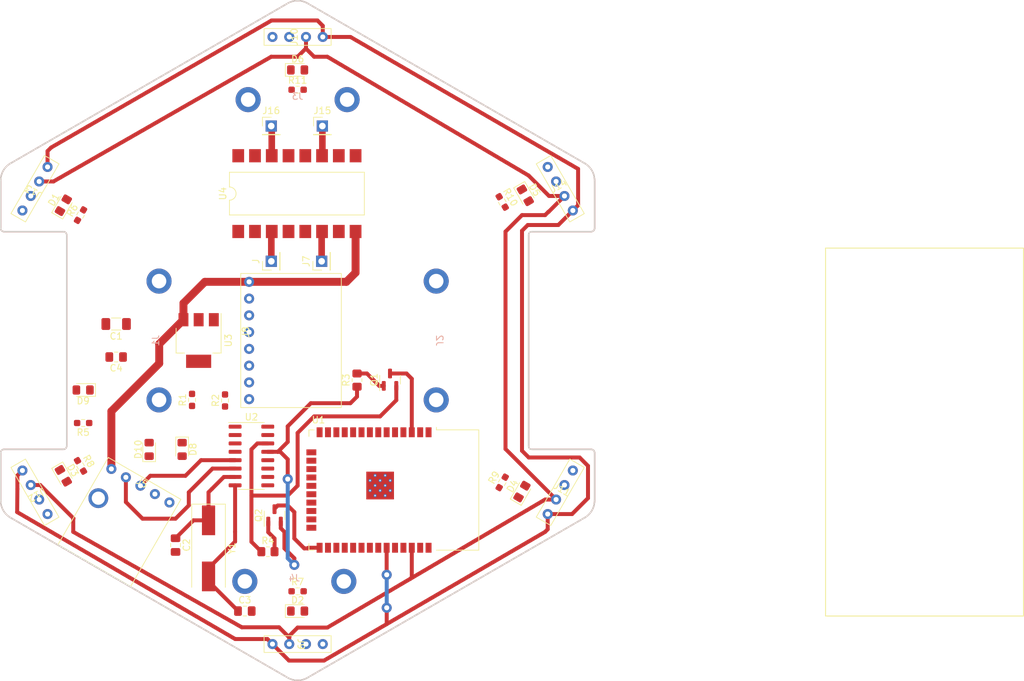
<source format=kicad_pcb>
(kicad_pcb (version 20221018) (generator pcbnew)
  (layers (0 "F.Cu" signal) (31 "B.Cu" signal) (34 "B.Paste" user) (35 "F.Paste" user) (36 "B.SilkS" user "B.Silkscreen") (37 "F.SilkS" user "F.Silkscreen") (38 "B.Mask" user) (39 "F.Mask" user) (44 "Edge.Cuts" user))
  (net 0 "")
  (net 1 "/GND")
  (net 2 "/VCC")
  (net 3 "Net-(U2-XI)")
  (net 4 "Net-(U2-XO)")
  (net 5 "Net-(D1-A)")
  (net 6 "Net-(D2-A)")
  (net 7 "Net-(D3-A)")
  (net 8 "Net-(D4-A)")
  (net 9 "Net-(D5-A)")
  (net 10 "Net-(D6-A)")
  (net 11 "/TX")
  (net 12 "Net-(D8-A)")
  (net 13 "Net-(D9-A)")
  (net 14 "/RX")
  (net 15 "Net-(D10-A)")
  (net 16 "/+5V")
  (net 17 "/D-")
  (net 18 "/D+")
  (net 19 "/MLPA")
  (net 20 "/ENLA")
  (net 23 "/ENLB")
  (net 26 "/MLPB")
  (net 27 "/MRPA")
  (net 28 "/ENRA")
  (net 35 "/ENRB")
  (net 36 "/MRPB")
  (net 37 "/SCL")
  (net 39 "/SDA")
  (net 45 "/INT")
  (net 46 "Net-(Q1-B)")
  (net 47 "/RTS")
  (net 48 "/EN")
  (net 49 "Net-(Q2-B)")
  (net 50 "/DTR")
  (net 51 "/IO0")
  (net 52 "/LED1")
  (net 53 "/LED2")
  (net 54 "/LED3")
  (net 56 "/LED4")
  (net 58 "/LED5")
  (net 59 "/LED6")
  (net 60 "/MRD")
  (net 61 "/MLP")
  (net 62 "/MLD")
  (net 63 "/MRP")
  (footprint "Resistor_SMD:R_0603_1608Metric_Pad0.98x0.95mm_HandSolder" (layer "F.Cu") (at 67.1 119 -60)
    (fp_text reference "R8")
    (fp_text value "1K")
  )
  (footprint "Package_SO:SOIC-16_3.9x9.9mm_P1.27mm" (layer "F.Cu") (at 93 117.5)
    (fp_text reference "U2")
    (fp_text value "CH340G")
  )
  (footprint "Package_TO_SOT_SMD:SOT-223-3_TabPin2" (layer "F.Cu") (at 85 100 -90)
    (fp_text reference "U3")
    (fp_text value "AMS1117-3.3")
  )
  (footprint "Mini-AMR_Library:VL53L0X" (layer "F.Cu") (at 100 54 90)
    (fp_text reference "J10")
    (fp_text value "DIS2")
  )
  (footprint "LED_SMD:LED_0805_2012Metric_Pad1.15x1.40mm_HandSolder" (layer "F.Cu") (at 64.5 120.5 -60)
    (fp_text reference "D3")
    (fp_text value "LED3")
  )
  (footprint "Package_TO_SOT_SMD:SOT-23" (layer "F.Cu") (at 96.5 126.5 90)
    (fp_text reference "Q2")
    (fp_text value "BC847")
  )
  (footprint "LED_SMD:LED_0805_2012Metric_Pad1.15x1.40mm_HandSolder" (layer "F.Cu") (at 100 141)
    (fp_text reference "D2")
    (fp_text value "LED2")
  )
  (footprint "Mini-AMR_Library:VL53L0X" (layer "F.Cu") (at 139.8 77 30)
    (fp_text reference "J14")
    (fp_text value "DIS6")
  )
  (footprint "Capacitor_SMD:C_0805_2012Metric_Pad1.18x1.45mm_HandSolder" (layer "F.Cu") (at 72.5 102.5 180)
    (fp_text reference "C4")
    (fp_text value "10u")
  )
  (footprint "Connector_PinHeader_2.54mm:PinHeader_1x01_P2.54mm_Vertical" (layer "F.Cu") (at 103.64 88 90)
    (fp_text reference "J7")
    (fp_text value "Motor")
  )
  (footprint "Mini-AMR_Library:VL53L0X" (layer "F.Cu") (at 60.2 77 150)
    (fp_text reference "J13")
    (fp_text value "DIS5")
  )
  (footprint "LED_SMD:LED_0805_2012Metric_Pad1.15x1.40mm_HandSolder" (layer "F.Cu") (at 100 59)
    (fp_text reference "D6")
    (fp_text value "LED6")
  )
  (footprint "Resistor_SMD:R_0603_1608Metric_Pad0.98x0.95mm_HandSolder" (layer "F.Cu") (at 131 121.5 60)
    (fp_text reference "R9")
    (fp_text value "1K")
  )
  (footprint "Connector_PinHeader_2.54mm:PinHeader_1x01_P2.54mm_Vertical" (layer "F.Cu") (at 103.75 67.5)
    (fp_text reference "J15")
    (fp_text value "Motor")
  )
  (footprint "Connector_PinHeader_2.54mm:PinHeader_1x01_P2.54mm_Vertical" (layer "F.Cu") (at 96.015 88 90)
    (fp_text reference "J")
    (fp_text value "Motor")
  )
  (footprint "LED_SMD:LED_0805_2012Metric_Pad1.15x1.40mm_HandSolder" (layer "F.Cu") (at 67.5 107.5 180)
    (fp_text reference "D9")
    (fp_text value "PWR")
  )
  (footprint "RF_Module:ESP32-WROOM-32" (layer "F.Cu") (at 111.59 122.655 -90)
    (fp_text reference "U1")
    (fp_text value "ESP32-WROOM-32")
  )
  (footprint "Capacitor_SMD:C_0805_2012Metric_Pad1.18x1.45mm_HandSolder" (layer "F.Cu") (at 81.5 131 -90)
    (fp_text reference "C2")
    (fp_text value "22p")
  )
  (footprint "LED_SMD:LED_0805_2012Metric_Pad1.15x1.40mm_HandSolder" (layer "F.Cu") (at 82.5 116.5 -90)
    (fp_text reference "D8")
    (fp_text value "TX")
  )
  (footprint "Mini-AMR_Library:MPU6050" (layer "F.Cu") (at 92.65 100 90)
    (fp_text reference "J8")
    (fp_text value "MPU6050")
  )
  (footprint "Package_TO_SOT_SMD:SOT-23" (layer "F.Cu") (at 114 105.9375 90)
    (fp_text reference "Q1")
    (fp_text value "BC847")
  )
  (footprint "Resistor_SMD:R_0603_1608Metric_Pad0.98x0.95mm_HandSolder" (layer "F.Cu") (at 100 62)
    (fp_text reference "R11")
    (fp_text value "1K")
  )
  (footprint "Mini-AMR_Library:VL53L0X" (layer "F.Cu") (at 100 146 -90)
    (fp_text reference "J9")
    (fp_text value "DIS1")
  )
  (footprint "Crystal:Crystal_SMD_HC49-SD" (layer "F.Cu") (at 86.5 131.5 -90)
    (fp_text reference "Y1")
    (fp_text value "12Mhz")
  )
  (footprint "Resistor_SMD:R_0805_2012Metric_Pad1.20x1.40mm_HandSolder" (layer "F.Cu") (at 95.5 132)
    (fp_text reference "R4")
    (fp_text value "10K")
  )
  (footprint "Connector_PinHeader_2.54mm:PinHeader_1x01_P2.54mm_Vertical" (layer "F.Cu") (at 96 67.5)
    (fp_text reference "J16")
    (fp_text value "Motor")
  )
  (footprint "Resistor_SMD:R_0805_2012Metric_Pad1.20x1.40mm_HandSolder" (layer "F.Cu") (at 109 106 90)
    (fp_text reference "R3")
    (fp_text value "10K")
  )
  (footprint "Package_DIP:SMDIP-16_W11.48mm" (layer "F.Cu") (at 99.89 77.74 90)
    (fp_text reference "U4")
    (fp_text value "L293D")
  )
  (footprint "Capacitor_SMD:C_1206_3216Metric_Pad1.33x1.80mm_HandSolder" (layer "F.Cu") (at 72.5 97.5 180)
    (fp_text reference "C1")
    (fp_text value "0.1u")
  )
  (footprint "Mini-AMR_Library:VL53L0X" (layer "F.Cu") (at 139.8 123 -30)
    (fp_text reference "J11")
    (fp_text value "DIS3")
  )
  (footprint "LED_SMD:LED_0805_2012Metric_Pad1.15x1.40mm_HandSolder" (layer "F.Cu") (at 133.9875 122.887676 60)
    (fp_text reference "D4")
    (fp_text value "LED4")
  )
  (footprint "LED_SMD:LED_0805_2012Metric_Pad1.15x1.40mm_HandSolder" (layer "F.Cu") (at 64.5 79.5 60)
    (fp_text reference "D1")
    (fp_text value "LED1")
  )
  (footprint "LED_SMD:LED_0805_2012Metric_Pad1.15x1.40mm_HandSolder" (layer "F.Cu") (at 134.5 78 -60)
    (fp_text reference "D5")
    (fp_text value "LED5")
  )
  (footprint "Mini-AMR_Library:VL53L0X" (layer "F.Cu") (at 60.2 123 -150)
    (fp_text reference "J12")
    (fp_text value "DIS4")
  )
  (footprint "Mini-AMR_Library:USB-micro breakout board" (layer "F.Cu") (at 76.175 122.000739 -30)
    (fp_text reference "J5")
    (fp_text value "USB_B_Micro")
  )
  (footprint "Resistor_SMD:R_0603_1608Metric_Pad0.98x0.95mm_HandSolder" (layer "F.Cu") (at 100 138)
    (fp_text reference "R7")
    (fp_text value "1K")
  )
  (footprint "Resistor_SMD:R_0603_1608Metric_Pad0.98x0.95mm_HandSolder" (layer "F.Cu") (at 89 109.0875 90)
    (fp_text reference "R2")
    (fp_text value "1K")
  )
  (footprint "Resistor_SMD:R_0603_1608Metric_Pad0.98x0.95mm_HandSolder" (layer "F.Cu") (at 131 79 -60)
    (fp_text reference "R10")
    (fp_text value "1K")
  )
  (footprint "Capacitor_SMD:C_0805_2012Metric_Pad1.18x1.45mm_HandSolder" (layer "F.Cu") (at 92 141)
    (fp_text reference "C3")
    (fp_text value "22p")
  )
  (footprint "LED_SMD:LED_0805_2012Metric_Pad1.15x1.40mm_HandSolder" (layer "F.Cu") (at 77.5 116.5 90)
    (fp_text reference "D10")
    (fp_text value "RX")
  )
  (footprint "Resistor_SMD:R_0603_1608Metric_Pad0.98x0.95mm_HandSolder" (layer "F.Cu") (at 67.5 112.5 180)
    (fp_text reference "R5")
    (fp_text value "1K")
  )
  (footprint "Resistor_SMD:R_0603_1608Metric_Pad0.98x0.95mm_HandSolder" (layer "F.Cu") (at 84 109 90)
    (fp_text reference "R1")
    (fp_text value "1K")
  )
  (footprint "Resistor_SMD:R_0603_1608Metric_Pad0.98x0.95mm_HandSolder" (layer "F.Cu") (at 67.1 81 60)
    (fp_text reference "R6")
    (fp_text value "1K")
  )
  (footprint "Mini-AMR_Library:N20 Motor Sys" (layer "B.Cu") (at 121 100 90)
    (fp_text reference "J2")
    (fp_text value "Motor Mount")
  )
  (footprint "Mini-AMR_Library:N20 Motor Sys" (layer "B.Cu") (at 79 100 -90)
    (fp_text reference "J1")
    (fp_text value "Motor Mount")
  )
  (footprint "Mini-AMR_Library:N20 Ball caster" (layer "B.Cu") (at 100 63.5 180)
    (fp_text reference "J3")
    (fp_text value "Ball Caster")
  )
  (footprint "Mini-AMR_Library:N20 Ball caster" (layer "B.Cu") (at 99.5 136.5 180)
    (fp_text reference "J4")
    (fp_text value "Ball Caster")
  )
  (gr_line (start 65 84) (end 65 116) (stroke (width 0.2)) (layer "F.Cu"))
  (gr_arc (start 55 75.751289) (mid 55.401928 74.251293) (end 56.5 73.153212) (stroke (width 0.2)) (layer "F.Cu"))
  (gr_line (start 98.5 48.904501) (end 56.5 73.153212) (stroke (width 0.2)) (layer "F.Cu"))
  (gr_line (start 64.5 116.5) (end 55.5 116.5) (stroke (width 0.2)) (layer "F.Cu"))
  (gr_arc (start 55.5 83.5) (mid 55.146447 83.353553) (end 55 83) (stroke (width 0.2)) (layer "F.Cu"))
  (gr_arc (start 65 116) (mid 64.853553 116.353553) (end 64.5 116.5) (stroke (width 0.2)) (layer "F.Cu"))
  (gr_line (start 55 75.751289) (end 55 83) (stroke (width 0.2)) (layer "F.Cu"))
  (gr_line (start 145 124.248711) (end 145 117) (stroke (width 0.2)) (layer "F.Cu"))
  (gr_arc (start 135 84) (mid 135.146447 83.646447) (end 135.5 83.5) (stroke (width 0.2)) (layer "F.Cu"))
  (gr_arc (start 55 117) (mid 55.146447 116.646447) (end 55.5 116.5) (stroke (width 0.2)) (layer "F.Cu"))
  (gr_arc (start 98.5 48.904501) (mid 100 48.502577) (end 101.5 48.904501) (stroke (width 0.2)) (layer "F.Cu"))
  (gr_line (start 143.5 73.153212) (end 101.5 48.904501) (stroke (width 0.2)) (layer "F.Cu"))
  (gr_arc (start 64.5 83.5) (mid 64.853553 83.646447) (end 65 84) (stroke (width 0.2)) (layer "F.Cu"))
  (gr_arc (start 143.5 73.153212) (mid 144.598081 74.251288) (end 145 75.751289) (stroke (width 0.2)) (layer "F.Cu"))
  (gr_arc (start 56.5 126.846788) (mid 55.401919 125.748712) (end 55 124.248711) (stroke (width 0.2)) (layer "F.Cu"))
  (gr_line (start 101.5 151.095499) (end 143.5 126.846788) (stroke (width 0.2)) (layer "F.Cu"))
  (gr_arc (start 144.5 116.5) (mid 144.853553 116.646447) (end 145 117) (stroke (width 0.2)) (layer "F.Cu"))
  (gr_line (start 55.5 83.5) (end 64.5 83.5) (stroke (width 0.2)) (layer "F.Cu"))
  (gr_line (start 144.5 116.5) (end 135.5 116.5) (stroke (width 0.2)) (layer "F.Cu"))
  (gr_arc (start 145 83) (mid 144.853553 83.353553) (end 144.5 83.5) (stroke (width 0.2)) (layer "F.Cu"))
  (gr_line (start 145 83) (end 145 75.751289) (stroke (width 0.2)) (layer "F.Cu"))
  (gr_arc (start 135.5 116.5) (mid 135.146447 116.353553) (end 135 116) (stroke (width 0.2)) (layer "F.Cu"))
  (gr_line (start 135 116) (end 135 84) (stroke (width 0.2)) (layer "F.Cu"))
  (gr_line (start 135.5 83.5) (end 144.5 83.5) (stroke (width 0.2)) (layer "F.Cu"))
  (gr_arc (start 101.5 151.095499) (mid 100 151.497423) (end 98.5 151.095499) (stroke (width 0.2)) (layer "F.Cu"))
  (gr_line (start 55 117) (end 55 124.248711) (stroke (width 0.2)) (layer "F.Cu"))
  (gr_arc (start 145 124.248711) (mid 144.598072 125.748707) (end 143.5 126.846788) (stroke (width 0.2)) (layer "F.Cu"))
  (gr_line (start 56.5 126.846788) (end 98.5 151.095499) (stroke (width 0.2)) (layer "F.Cu"))
  (gr_rect (start 180 86) (end 210 141.75) (stroke (width 0.15)) (fill none) (layer "F.SilkS"))
  (gr_line (start 144.5 116.5) (end 135.5 116.5) (stroke (width 0.2)) (layer "Edge.Cuts"))
  (gr_arc (start 56.5 126.846788) (mid 55.401919 125.748712) (end 55 124.248711) (stroke (width 0.2)) (layer "Edge.Cuts"))
  (gr_arc (start 101.5 151.095499) (mid 100 151.497423) (end 98.5 151.095499) (stroke (width 0.2)) (layer "Edge.Cuts"))
  (gr_line (start 55.5 83.5) (end 64.5 83.5) (stroke (width 0.2)) (layer "Edge.Cuts"))
  (gr_arc (start 98.5 48.904501) (mid 100 48.502577) (end 101.5 48.904501) (stroke (width 0.2)) (layer "Edge.Cuts"))
  (gr_arc (start 55 117) (mid 55.146447 116.646447) (end 55.5 116.5) (stroke (width 0.2)) (layer "Edge.Cuts"))
  (gr_line (start 65 84) (end 65 116) (stroke (width 0.2)) (layer "Edge.Cuts"))
  (gr_arc (start 144.5 116.5) (mid 144.853553 116.646447) (end 145 117) (stroke (width 0.2)) (layer "Edge.Cuts"))
  (gr_arc (start 135 84) (mid 135.146447 83.646447) (end 135.5 83.5) (stroke (width 0.2)) (layer "Edge.Cuts"))
  (gr_arc (start 145 124.248711) (mid 144.598072 125.748707) (end 143.5 126.846788) (stroke (width 0.2)) (layer "Edge.Cuts"))
  (gr_line (start 98.5 48.904501) (end 56.5 73.153212) (stroke (width 0.2)) (layer "Edge.Cuts"))
  (gr_arc (start 143.5 73.153212) (mid 144.598081 74.251288) (end 145 75.751289) (stroke (width 0.2)) (layer "Edge.Cuts"))
  (gr_line (start 145 124.248711) (end 145 117) (stroke (width 0.2)) (layer "Edge.Cuts"))
  (gr_line (start 55 117) (end 55 124.248711) (stroke (width 0.2)) (layer "Edge.Cuts"))
  (gr_line (start 143.5 73.153212) (end 101.5 48.904501) (stroke (width 0.2)) (layer "Edge.Cuts"))
  (gr_line (start 145 83) (end 145 75.751289) (stroke (width 0.2)) (layer "Edge.Cuts"))
  (gr_line (start 56.5 126.846788) (end 98.5 151.095499) (stroke (width 0.2)) (layer "Edge.Cuts"))
  (gr_arc (start 64.5 83.5) (mid 64.853553 83.646447) (end 65 84) (stroke (width 0.2)) (layer "Edge.Cuts"))
  (gr_line (start 135.5 83.5) (end 144.5 83.5) (stroke (width 0.2)) (layer "Edge.Cuts"))
  (gr_arc (start 55.5 83.5) (mid 55.146447 83.353553) (end 55 83) (stroke (width 0.2)) (layer "Edge.Cuts"))
  (gr_line (start 135 116) (end 135 84) (stroke (width 0.2)) (layer "Edge.Cuts"))
  (gr_arc (start 145 83) (mid 144.853553 83.353553) (end 144.5 83.5) (stroke (width 0.2)) (layer "Edge.Cuts"))
  (gr_arc (start 55 75.751289) (mid 55.401928 74.251293) (end 56.5 73.153212) (stroke (width 0.2)) (layer "Edge.Cuts"))
  (gr_line (start 55 75.751289) (end 55 83) (stroke (width 0.2)) (layer "Edge.Cuts"))
  (gr_line (start 101.5 151.095499) (end 143.5 126.846788) (stroke (width 0.2)) (layer "Edge.Cuts"))
  (gr_line (start 64.5 116.5) (end 55.5 116.5) (stroke (width 0.2)) (layer "Edge.Cuts"))
  (gr_arc (start 65 116) (mid 64.853553 116.353553) (end 64.5 116.5) (stroke (width 0.2)) (layer "Edge.Cuts"))
  (gr_arc (start 135.5 116.5) (mid 135.146447 116.353553) (end 135 116) (stroke (width 0.2)) (layer "Edge.Cuts"))
  (segment (start 90.525 120.675) (end 88.825 120.675) (width 0.6) (layer "F.Cu") (net 3))
  (segment (start 86.5 127.25) (end 84.2125 127.25) (width 0.6) (layer "F.Cu") (net 3))
  (segment (start 84.2125 127.25) (end 81.5 129.9625) (width 0.6) (layer "F.Cu") (net 3))
  (segment (start 86.5 127.25) (end 86.5 123) (width 0.6) (layer "F.Cu") (net 3))
  (segment (start 86.5 123) (end 87 122.5) (width 0.6) (layer "F.Cu") (net 3))
  (segment (start 88.825 120.675) (end 87 122.5) (width 0.6) (layer "F.Cu") (net 3))
  (segment (start 90.9625 141) (end 90.9625 140.9625) (width 0.6) (layer "F.Cu") (net 4))
  (segment (start 86.5 136.5) (end 86.5 135.75) (width 0.6) (layer "F.Cu") (net 4))
  (segment (start 90.525 121.945) (end 90.525 129) (width 0.6) (layer "F.Cu") (net 4))
  (segment (start 86.5 134.5) (end 90.525 130.475) (width 0.6) (layer "F.Cu") (net 4))
  (segment (start 90.525 130.475) (end 90.525 129) (width 0.6) (layer "F.Cu") (net 4))
  (segment (start 90.9625 140.9625) (end 86.5 136.5) (width 0.6) (layer "F.Cu") (net 4))
  (segment (start 86.5 135.75) (end 86.5 134.5) (width 0.6) (layer "F.Cu") (net 4))
  (segment (start 82.7 94.35) (end 85.94 91.11) (width 1.2) (layer "F.Cu") (net 16))
  (segment (start 108.78 89.72) (end 108.78 83.48) (width 1.2) (layer "F.Cu") (net 16))
  (segment (start 79.025 100.525) (end 82.7 96.85) (width 1.2) (layer "F.Cu") (net 16))
  (segment (start 79.025 103.475) (end 79.025 100.525) (width 1.2) (layer "F.Cu") (net 16))
  (segment (start 107.39 91.11) (end 108.78 89.72) (width 1.2) (layer "F.Cu") (net 16))
  (segment (start 92.65 91.11) (end 107.39 91.11) (width 1.2) (layer "F.Cu") (net 16))
  (segment (start 71.775591 110.724409) (end 79.025 103.475) (width 1.2) (layer "F.Cu") (net 16))
  (segment (start 85.94 91.11) (end 92.65 91.11) (width 1.2) (layer "F.Cu") (net 16))
  (segment (start 82.7 96.85) (end 82.7 94.35) (width 1.2) (layer "F.Cu") (net 16))
  (segment (start 71.775591 119.460739) (end 71.775591 110.724409) (width 1.2) (layer "F.Cu") (net 16))
  (segment (start 83.510051 123) (end 83.510051 124.989949) (width 0.6) (layer "F.Cu") (net 17))
  (segment (start 76.5 127) (end 73.975295 124.475295) (width 0.6) (layer "F.Cu") (net 17))
  (segment (start 73.975295 124.475295) (end 73.975295 120.730739) (width 0.6) (layer "F.Cu") (net 17))
  (segment (start 90.525 119.405) (end 87.105051 119.405) (width 0.6) (layer "F.Cu") (net 17))
  (segment (start 81.5 127) (end 76.5 127) (width 0.6) (layer "F.Cu") (net 17))
  (segment (start 87.105051 119.405) (end 83.510051 123) (width 0.6) (layer "F.Cu") (net 17))
  (segment (start 83.510051 124.989949) (end 81.5 127) (width 0.6) (layer "F.Cu") (net 17))
  (segment (start 83 120.5) (end 77.675739 120.5) (width 0.6) (layer "F.Cu") (net 18))
  (segment (start 77.675739 120.5) (end 76.175 122.000739) (width 0.6) (layer "F.Cu") (net 18))
  (segment (start 90.525 118.135) (end 85.365 118.135) (width 0.6) (layer "F.Cu") (net 18))
  (segment (start 85.365 118.135) (end 83 120.5) (width 0.6) (layer "F.Cu") (net 18))
  (segment (start 96.015 83.545) (end 96.08 83.48) (width 1) (layer "F.Cu") (net 19))
  (segment (start 96.015 88) (end 96.015 83.545) (width 1) (layer "F.Cu") (net 19))
  (segment (start 103.64 83.54) (end 103.7 83.48) (width 1) (layer "F.Cu") (net 26))
  (segment (start 103.64 88) (end 103.64 83.54) (width 1) (layer "F.Cu") (net 26))
  (segment (start 103.75 67.5) (end 103.75 71.95) (width 1) (layer "F.Cu") (net 27))
  (segment (start 103.75 71.95) (end 103.7 72) (width 1) (layer "F.Cu") (net 27))
  (segment (start 96.08 72) (end 96.08 67.58) (width 1) (layer "F.Cu") (net 36))
  (segment (start 96.08 67.58) (end 96 67.5) (width 1) (layer "F.Cu") (net 36))
  (segment (start 135 75) (end 138.099852 78.099852) (width 0.6) (layer "F.Cu") (net 37))
  (segment (start 60.985719 121.900148) (end 66.042786 126.957214) (width 0.6) (layer "F.Cu") (net 37))
  (segment (start 137.5 81) (end 134 81) (width 0.6) (layer "F.Cu") (net 37))
  (segment (start 131.5 116.434852) (end 139.165 124.099852) (width 0.6) (layer "F.Cu") (net 37))
  (segment (start 63 75.900148) (end 60.835 75.900148) (width 0.6) (layer "F.Cu") (net 37))
  (segment (start 101.27 55.77) (end 102.5 57) (width 0.6) (layer "F.Cu") (net 37))
  (segment (start 135 75) (end 104.5 57) (width 0.6) (layer "F.Cu") (net 37))
  (segment (start 59.565 121.900148) (end 60.985719 121.900148) (width 0.6) (layer "F.Cu") (net 37))
  (segment (start 131.5 83.5) (end 131.5 116.434852) (width 0.6) (layer "F.Cu") (net 37))
  (segment (start 100 57) (end 96 57) (width 0.6) (layer "F.Cu") (net 37))
  (segment (start 140.435 78.099852) (end 138.034852 80.5) (width 0.6) (layer "F.Cu") (net 37))
  (segment (start 134 81) (end 131.5 83.5) (width 0.6) (layer "F.Cu") (net 37))
  (segment (start 137.5 124.099852) (end 117.095384 136.095384) (width 0.6) (layer "F.Cu") (net 37))
  (segment (start 98.73 145) (end 98.73 146) (width 0.6) (layer "F.Cu") (net 37))
  (segment (start 101.27 54) (end 101.27 55.73) (width 0.6) (layer "F.Cu") (net 37))
  (segment (start 102.5 57) (end 104.5 57) (width 0.6) (layer "F.Cu") (net 37))
  (segment (start 117.095384 136.095384) (end 104.5 143.5) (width 0.6) (layer "F.Cu") (net 37))
  (segment (start 101.27 55.73) (end 100 57) (width 0.6) (layer "F.Cu") (net 37))
  (segment (start 104.5 143.5) (end 100 143.5) (width 0.6) (layer "F.Cu") (net 37))
  (segment (start 100 143.5) (end 98.73 144.77) (width 0.6) (layer "F.Cu") (net 37))
  (segment (start 63 75.900148) (end 96 57) (width 0.6) (layer "F.Cu") (net 37))
  (segment (start 138.034852 80.5) (end 138 80.5) (width 0.6) (layer "F.Cu") (net 37))
  (segment (start 139.165 124.099852) (end 137.5 124.099852) (width 0.6) (layer "F.Cu") (net 37))
  (segment (start 117.3 135.890768) (end 117.095384 136.095384) (width 0.6) (layer "F.Cu") (net 37))
  (segment (start 97.187831 143.457831) (end 98.73 145) (width 0.6) (layer "F.Cu") (net 37))
  (segment (start 138 80.5) (end 137.5 81) (width 0.6) (layer "F.Cu") (net 37))
  (segment (start 101.27 55.73) (end 101.27 55.77) (width 0.6) (layer "F.Cu") (net 37))
  (segment (start 138.099852 78.099852) (end 140.435 78.099852) (width 0.6) (layer "F.Cu") (net 37))
  (segment (start 91.542169 143.457831) (end 97.187831 143.457831) (width 0.6) (layer "F.Cu") (net 37))
  (segment (start 117.3 131.405) (end 117.3 135.890768) (width 0.6) (layer "F.Cu") (net 37))
  (segment (start 66 129) (end 91.542169 143.457831) (width 0.6) (layer "F.Cu") (net 37))
  (segment (start 98.73 144.77) (end 98.73 145) (width 0.6) (layer "F.Cu") (net 37))
  (segment (start 66 127) (end 66 129) (width 0.6) (layer "F.Cu") (net 37))
  (segment (start 137.895 126.299557) (end 137.895 128.605) (width 0.6) (layer "F.Cu") (net 39))
  (segment (start 103 51.5) (end 96.057748 51.5) (width 0.6) (layer "F.Cu") (net 39))
  (segment (start 103.81 54) (end 103.81 52.31) (width 0.6) (layer "F.Cu") (net 39))
  (segment (start 142.724376 117.724376) (end 135.025624 117.724376) (width 0.6) (layer "F.Cu") (net 39))
  (segment (start 137.895 126.299557) (end 141.586379 126.299557) (width 0.6) (layer "F.Cu") (net 39))
  (segment (start 103.81 52.31) (end 103 51.5) (width 0.6) (layer "F.Cu") (net 39))
  (segment (start 137.895 128.605) (end 137.5 129) (width 0.6) (layer "F.Cu") (net 39))
  (segment (start 134 116.698752) (end 134 83.37403) (width 0.6) (layer "F.Cu") (net 39))
  (segment (start 96.19 146) (end 95.428001 145.238001) (width 0.6) (layer "F.Cu") (net 39))
  (segment (start 113.479955 142.979955) (end 103.995537 148.5) (width 0.6) (layer "F.Cu") (net 39))
  (segment (start 96.057748 51.5) (end 62.648874 70.757858) (width 0.6) (layer "F.Cu") (net 39))
  (segment (start 57.5 126) (end 57.533001 122.5) (width 0.6) (layer "F.Cu") (net 39))
  (segment (start 142.502279 79.502279) (end 141.705 80.299557) (width 0.6) (layer "F.Cu") (net 39))
  (segment (start 95.428001 145.238001) (end 90.54165 145.238001) (width 0.6) (layer "F.Cu") (net 39))
  (segment (start 139.504557 82.5) (end 141.705 80.299557) (width 0.6) (layer "F.Cu") (net 39))
  (segment (start 113.5 142.95991) (end 113.479955 142.979955) (width 0.6) (layer "F.Cu") (net 39))
  (segment (start 98.69 148.5) (end 96.19 146) (width 0.6) (layer "F.Cu") (net 39))
  (segment (start 142.5 74) (end 142.502279 79.502279) (width 0.6) (layer "F.Cu") (net 39))
  (segment (start 134.87403 82.5) (end 139.504557 82.5) (width 0.6) (layer "F.Cu") (net 39))
  (segment (start 62.105 73.700443) (end 62.105 71.301732) (width 0.6) (layer "F.Cu") (net 39))
  (segment (start 62.105 71.301732) (end 62.648874 70.757858) (width 0.6) (layer "F.Cu") (net 39))
  (segment (start 103.81 54) (end 108 54) (width 0.6) (layer "F.Cu") (net 39))
  (segment (start 113.49 135.49) (end 113.5 135.5) (width 0.6) (layer "F.Cu") (net 39))
  (segment (start 137.5 129) (end 113.479955 142.979955) (width 0.6) (layer "F.Cu") (net 39))
  (segment (start 144 119) (end 142.724376 117.724376) (width 0.6) (layer "F.Cu") (net 39))
  (segment (start 57.533001 122.5) (end 57.533001 120.462442) (width 0.6) (layer "F.Cu") (net 39))
  (segment (start 134 83.37403) (end 134.87403 82.5) (width 0.6) (layer "F.Cu") (net 39))
  (segment (start 141.586379 126.299557) (end 144 123.885936) (width 0.6) (layer "F.Cu") (net 39))
  (segment (start 108 54) (end 142.5 74) (width 0.6) (layer "F.Cu") (net 39))
  (segment (start 144 123.885936) (end 144 119) (width 0.6) (layer "F.Cu") (net 39))
  (segment (start 113.5 140.5) (end 113.5 142.95991) (width 0.6) (layer "F.Cu") (net 39))
  (segment (start 103.995537 148.5) (end 98.69 148.5) (width 0.6) (layer "F.Cu") (net 39))
  (segment (start 57.533001 120.462442) (end 58.295 119.700443) (width 0.6) (layer "F.Cu") (net 39))
  (segment (start 135.025624 117.724376) (end 134 116.698752) (width 0.6) (layer "F.Cu") (net 39))
  (segment (start 90.54165 145.238001) (end 57.5 126) (width 0.6) (layer "F.Cu") (net 39))
  (segment (start 113.49 131.405) (end 113.49 135.49) (width 0.6) (layer "F.Cu") (net 39))
  (via (at 113.5 135.5) (size 1.524) (drill 0.762) (layers "F.Cu" "B.Cu") (net 39))
  (via (at 113.5 140.5) (size 1.524) (drill 0.762) (layers "F.Cu" "B.Cu") (net 39))
  (segment (start 113.5 135.5) (end 113.5 140.5) (width 0.6) (layer "B.Cu") (net 39))
  (segment (start 113.05 106.875) (end 112.375 106.875) (width 0.6) (layer "F.Cu") (net 46))
  (segment (start 112.375 106.875) (end 110.5 105) (width 0.6) (layer "F.Cu") (net 46))
  (segment (start 110.5 105) (end 109 105) (width 0.6) (layer "F.Cu") (net 46))
  (segment (start 100 122) (end 100 114) (width 0.6) (layer "F.Cu") (net 47))
  (segment (start 94.5 132) (end 93 130.5) (width 0.6) (layer "F.Cu") (net 47))
  (segment (start 114.95 109.05) (end 114.95 106.875) (width 0.6) (layer "F.Cu") (net 47))
  (segment (start 93.905 115.595) (end 95.475 115.595) (width 0.6) (layer "F.Cu") (net 47))
  (segment (start 98.5 123.5) (end 100 122) (width 0.6) (layer "F.Cu") (net 47))
  (segment (start 93 116.5) (end 93.905 115.595) (width 0.6) (layer "F.Cu") (net 47))
  (segment (start 93 130.5) (end 93 123.5) (width 0.6) (layer "F.Cu") (net 47))
  (segment (start 112.5 111.5) (end 114.95 109.05) (width 0.6) (layer "F.Cu") (net 47))
  (segment (start 100 114) (end 102.5 111.5) (width 0.6) (layer "F.Cu") (net 47))
  (segment (start 93 123.5) (end 98.5 123.5) (width 0.6) (layer "F.Cu") (net 47))
  (segment (start 102.5 111.5) (end 112.5 111.5) (width 0.6) (layer "F.Cu") (net 47))
  (segment (start 93 123.5) (end 93 116.5) (width 0.6) (layer "F.Cu") (net 47))
  (segment (start 116.5 105) (end 114 105) (width 0.6) (layer "F.Cu") (net 48))
  (segment (start 117.3 113.905) (end 117.3 105.8) (width 0.6) (layer "F.Cu") (net 48))
  (segment (start 117.3 105.8) (end 116.5 105) (width 0.6) (layer "F.Cu") (net 48))
  (segment (start 95.55 129.05) (end 96.5 130) (width 0.6) (layer "F.Cu") (net 49))
  (segment (start 96.5 130) (end 96.5 132) (width 0.6) (layer "F.Cu") (net 49))
  (segment (start 95.55 127.4375) (end 95.55 129.05) (width 0.6) (layer "F.Cu") (net 49))
  (segment (start 97.365 116.865) (end 98.5 118) (width 0.6) (layer "F.Cu") (net 50))
  (segment (start 98.5 113) (end 102 109.5) (width 0.6) (layer "F.Cu") (net 50))
  (segment (start 98 129) (end 98 131.5) (width 0.6) (layer "F.Cu") (net 50))
  (segment (start 108 109.5) (end 109 108.5) (width 0.6) (layer "F.Cu") (net 50))
  (segment (start 99.5 133) (end 99.5 134) (width 0.6) (layer "F.Cu") (net 50))
  (segment (start 98.5 118) (end 98.5 121) (width 0.6) (layer "F.Cu") (net 50))
  (segment (start 98 131.5) (end 99.5 133) (width 0.6) (layer "F.Cu") (net 50))
  (segment (start 97 116.865) (end 98.5 115.365) (width 0.6) (layer "F.Cu") (net 50))
  (segment (start 102 109.5) (end 108 109.5) (width 0.6) (layer "F.Cu") (net 50))
  (segment (start 98.5 115.365) (end 98.5 113) (width 0.6) (layer "F.Cu") (net 50))
  (segment (start 97.45 128.45) (end 98 129) (width 0.6) (layer "F.Cu") (net 50))
  (segment (start 97 116.865) (end 97.365 116.865) (width 0.6) (layer "F.Cu") (net 50))
  (segment (start 109 108.5) (end 109 107) (width 0.6) (layer "F.Cu") (net 50))
  (segment (start 95.475 116.865) (end 97 116.865) (width 0.6) (layer "F.Cu") (net 50))
  (segment (start 97.45 127.4375) (end 97.45 128.45) (width 0.6) (layer "F.Cu") (net 50))
  (via (at 98.5 121) (size 1.524) (drill 0.762) (layers "F.Cu" "B.Cu") (net 50))
  (via (at 99.5 134) (size 1.524) (drill 0.762) (layers "F.Cu" "B.Cu") (net 50))
  (segment (start 98.5 133) (end 99.5 134) (width 0.6) (layer "B.Cu") (net 50))
  (segment (start 98.5 121) (end 98.5 133) (width 0.6) (layer "B.Cu") (net 50))
  (segment (start 101.558654 131.5) (end 101.653654 131.405) (width 0.6) (layer "F.Cu") (net 51))
  (segment (start 101 131.5) (end 101.558654 131.5) (width 0.6) (layer "F.Cu") (net 51))
  (segment (start 98.5 125) (end 99.5 126) (width 0.6) (layer "F.Cu") (net 51))
  (segment (start 99.5 130) (end 101 131.5) (width 0.6) (layer "F.Cu") (net 51))
  (segment (start 101.653654 131.405) (end 103.33 131.405) (width 0.6) (layer "F.Cu") (net 51))
  (segment (start 96.5 125.5625) (end 96.5 125.5) (width 0.6) (layer "F.Cu") (net 51))
  (segment (start 99.5 126) (end 99.5 130) (width 0.6) (layer "F.Cu") (net 51))
  (segment (start 96.5 125.5) (end 97 125) (width 0.6) (layer "F.Cu") (net 51))
  (segment (start 97 125) (end 98.5 125) (width 0.6) (layer "F.Cu") (net 51))
)
</source>
